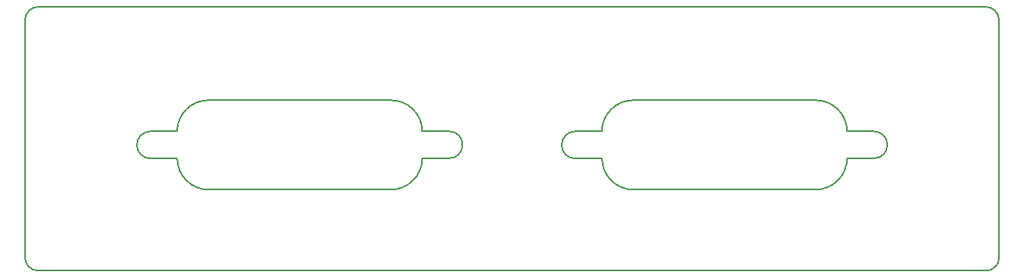
<source format=gbr>
%FSLAX36Y36*%
%MOMM*%
G04 EasyPC Gerber Version 18.0.8 Build 3632 *
%ADD11C,0.12700*%
X0Y0D02*
D02*
D11*
X26087500Y45512700D02*
G75*
G03X24587500Y44012700J-1500000D01*
G01*
Y17512700*
G75*
G03X26087500Y16012700I1500000*
G01*
X131587500*
G75*
G03X133087500Y17512700J1500000*
G01*
Y44012700*
G75*
G03X131587500Y45512700I-1500000*
G01*
X26087500*
X45016500Y35077700D02*
G75*
G03X41532100Y31593300J-3484400D01*
G01*
X38537500*
G75*
G03X37049500Y30105300J-1488000*
G01*
Y30055700*
G75*
G03X38531300Y28573900I1481800*
G01*
X41550700*
Y28561500*
G75*
G03X45022700Y25089500I3472000*
G01*
X65340100*
G75*
G03X68836900Y28586300J3496800*
G01*
X71843900*
G75*
G03X73325700Y30068100J1481800*
G01*
Y30123900*
G75*
G03X71850100Y31599500I-1475600*
G01*
X68836900*
G75*
G03X65358700Y35077700I-3478200*
G01*
X45016500*
X92328700D02*
G75*
G03X88844300Y31593300J-3484400D01*
G01*
X85849700*
G75*
G03X84361700Y30105300J-1488000*
G01*
Y30055700*
G75*
G03X85843500Y28573900I1481800*
G01*
X88862900*
Y28561500*
G75*
G03X92334900Y25089500I3472000*
G01*
X112652300*
G75*
G03X116149100Y28586300J3496800*
G01*
X119156100*
G75*
G03X120637900Y30068100J1481800*
G01*
Y30123900*
G75*
G03X119162300Y31599500I-1475600*
G01*
X116149100*
G75*
G03X112670900Y35077700I-3478200*
G01*
X92328700*
X0Y0D02*
M02*

</source>
